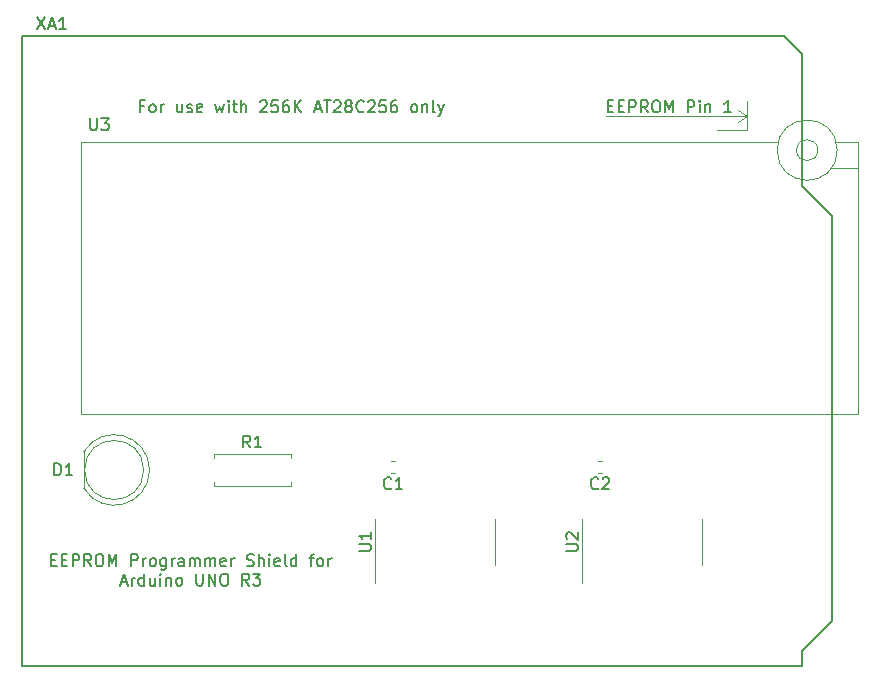
<source format=gto>
G04 #@! TF.GenerationSoftware,KiCad,Pcbnew,(5.1.2-1)-1*
G04 #@! TF.CreationDate,2019-08-29T21:11:54-07:00*
G04 #@! TF.ProjectId,kicad,6b696361-642e-46b6-9963-61645f706362,rev?*
G04 #@! TF.SameCoordinates,Original*
G04 #@! TF.FileFunction,Legend,Top*
G04 #@! TF.FilePolarity,Positive*
%FSLAX46Y46*%
G04 Gerber Fmt 4.6, Leading zero omitted, Abs format (unit mm)*
G04 Created by KiCad (PCBNEW (5.1.2-1)-1) date 2019-08-29 21:11:54*
%MOMM*%
%LPD*%
G04 APERTURE LIST*
%ADD10C,0.150000*%
%ADD11C,0.120000*%
G04 APERTURE END LIST*
D10*
X140685809Y-66222571D02*
X140352476Y-66222571D01*
X140352476Y-66746380D02*
X140352476Y-65746380D01*
X140828666Y-65746380D01*
X141352476Y-66746380D02*
X141257238Y-66698761D01*
X141209619Y-66651142D01*
X141162000Y-66555904D01*
X141162000Y-66270190D01*
X141209619Y-66174952D01*
X141257238Y-66127333D01*
X141352476Y-66079714D01*
X141495333Y-66079714D01*
X141590571Y-66127333D01*
X141638190Y-66174952D01*
X141685809Y-66270190D01*
X141685809Y-66555904D01*
X141638190Y-66651142D01*
X141590571Y-66698761D01*
X141495333Y-66746380D01*
X141352476Y-66746380D01*
X142114380Y-66746380D02*
X142114380Y-66079714D01*
X142114380Y-66270190D02*
X142162000Y-66174952D01*
X142209619Y-66127333D01*
X142304857Y-66079714D01*
X142400095Y-66079714D01*
X143923904Y-66079714D02*
X143923904Y-66746380D01*
X143495333Y-66079714D02*
X143495333Y-66603523D01*
X143542952Y-66698761D01*
X143638190Y-66746380D01*
X143781047Y-66746380D01*
X143876285Y-66698761D01*
X143923904Y-66651142D01*
X144352476Y-66698761D02*
X144447714Y-66746380D01*
X144638190Y-66746380D01*
X144733428Y-66698761D01*
X144781047Y-66603523D01*
X144781047Y-66555904D01*
X144733428Y-66460666D01*
X144638190Y-66413047D01*
X144495333Y-66413047D01*
X144400095Y-66365428D01*
X144352476Y-66270190D01*
X144352476Y-66222571D01*
X144400095Y-66127333D01*
X144495333Y-66079714D01*
X144638190Y-66079714D01*
X144733428Y-66127333D01*
X145590571Y-66698761D02*
X145495333Y-66746380D01*
X145304857Y-66746380D01*
X145209619Y-66698761D01*
X145162000Y-66603523D01*
X145162000Y-66222571D01*
X145209619Y-66127333D01*
X145304857Y-66079714D01*
X145495333Y-66079714D01*
X145590571Y-66127333D01*
X145638190Y-66222571D01*
X145638190Y-66317809D01*
X145162000Y-66413047D01*
X146733428Y-66079714D02*
X146923904Y-66746380D01*
X147114380Y-66270190D01*
X147304857Y-66746380D01*
X147495333Y-66079714D01*
X147876285Y-66746380D02*
X147876285Y-66079714D01*
X147876285Y-65746380D02*
X147828666Y-65794000D01*
X147876285Y-65841619D01*
X147923904Y-65794000D01*
X147876285Y-65746380D01*
X147876285Y-65841619D01*
X148209619Y-66079714D02*
X148590571Y-66079714D01*
X148352476Y-65746380D02*
X148352476Y-66603523D01*
X148400095Y-66698761D01*
X148495333Y-66746380D01*
X148590571Y-66746380D01*
X148923904Y-66746380D02*
X148923904Y-65746380D01*
X149352476Y-66746380D02*
X149352476Y-66222571D01*
X149304857Y-66127333D01*
X149209619Y-66079714D01*
X149066761Y-66079714D01*
X148971523Y-66127333D01*
X148923904Y-66174952D01*
X150542952Y-65841619D02*
X150590571Y-65794000D01*
X150685809Y-65746380D01*
X150923904Y-65746380D01*
X151019142Y-65794000D01*
X151066761Y-65841619D01*
X151114380Y-65936857D01*
X151114380Y-66032095D01*
X151066761Y-66174952D01*
X150495333Y-66746380D01*
X151114380Y-66746380D01*
X152019142Y-65746380D02*
X151542952Y-65746380D01*
X151495333Y-66222571D01*
X151542952Y-66174952D01*
X151638190Y-66127333D01*
X151876285Y-66127333D01*
X151971523Y-66174952D01*
X152019142Y-66222571D01*
X152066761Y-66317809D01*
X152066761Y-66555904D01*
X152019142Y-66651142D01*
X151971523Y-66698761D01*
X151876285Y-66746380D01*
X151638190Y-66746380D01*
X151542952Y-66698761D01*
X151495333Y-66651142D01*
X152923904Y-65746380D02*
X152733428Y-65746380D01*
X152638190Y-65794000D01*
X152590571Y-65841619D01*
X152495333Y-65984476D01*
X152447714Y-66174952D01*
X152447714Y-66555904D01*
X152495333Y-66651142D01*
X152542952Y-66698761D01*
X152638190Y-66746380D01*
X152828666Y-66746380D01*
X152923904Y-66698761D01*
X152971523Y-66651142D01*
X153019142Y-66555904D01*
X153019142Y-66317809D01*
X152971523Y-66222571D01*
X152923904Y-66174952D01*
X152828666Y-66127333D01*
X152638190Y-66127333D01*
X152542952Y-66174952D01*
X152495333Y-66222571D01*
X152447714Y-66317809D01*
X153447714Y-66746380D02*
X153447714Y-65746380D01*
X154019142Y-66746380D02*
X153590571Y-66174952D01*
X154019142Y-65746380D02*
X153447714Y-66317809D01*
X155162000Y-66460666D02*
X155638190Y-66460666D01*
X155066761Y-66746380D02*
X155400095Y-65746380D01*
X155733428Y-66746380D01*
X155923904Y-65746380D02*
X156495333Y-65746380D01*
X156209619Y-66746380D02*
X156209619Y-65746380D01*
X156781047Y-65841619D02*
X156828666Y-65794000D01*
X156923904Y-65746380D01*
X157162000Y-65746380D01*
X157257238Y-65794000D01*
X157304857Y-65841619D01*
X157352476Y-65936857D01*
X157352476Y-66032095D01*
X157304857Y-66174952D01*
X156733428Y-66746380D01*
X157352476Y-66746380D01*
X157923904Y-66174952D02*
X157828666Y-66127333D01*
X157781047Y-66079714D01*
X157733428Y-65984476D01*
X157733428Y-65936857D01*
X157781047Y-65841619D01*
X157828666Y-65794000D01*
X157923904Y-65746380D01*
X158114380Y-65746380D01*
X158209619Y-65794000D01*
X158257238Y-65841619D01*
X158304857Y-65936857D01*
X158304857Y-65984476D01*
X158257238Y-66079714D01*
X158209619Y-66127333D01*
X158114380Y-66174952D01*
X157923904Y-66174952D01*
X157828666Y-66222571D01*
X157781047Y-66270190D01*
X157733428Y-66365428D01*
X157733428Y-66555904D01*
X157781047Y-66651142D01*
X157828666Y-66698761D01*
X157923904Y-66746380D01*
X158114380Y-66746380D01*
X158209619Y-66698761D01*
X158257238Y-66651142D01*
X158304857Y-66555904D01*
X158304857Y-66365428D01*
X158257238Y-66270190D01*
X158209619Y-66222571D01*
X158114380Y-66174952D01*
X159304857Y-66651142D02*
X159257238Y-66698761D01*
X159114380Y-66746380D01*
X159019142Y-66746380D01*
X158876285Y-66698761D01*
X158781047Y-66603523D01*
X158733428Y-66508285D01*
X158685809Y-66317809D01*
X158685809Y-66174952D01*
X158733428Y-65984476D01*
X158781047Y-65889238D01*
X158876285Y-65794000D01*
X159019142Y-65746380D01*
X159114380Y-65746380D01*
X159257238Y-65794000D01*
X159304857Y-65841619D01*
X159685809Y-65841619D02*
X159733428Y-65794000D01*
X159828666Y-65746380D01*
X160066761Y-65746380D01*
X160162000Y-65794000D01*
X160209619Y-65841619D01*
X160257238Y-65936857D01*
X160257238Y-66032095D01*
X160209619Y-66174952D01*
X159638190Y-66746380D01*
X160257238Y-66746380D01*
X161162000Y-65746380D02*
X160685809Y-65746380D01*
X160638190Y-66222571D01*
X160685809Y-66174952D01*
X160781047Y-66127333D01*
X161019142Y-66127333D01*
X161114380Y-66174952D01*
X161162000Y-66222571D01*
X161209619Y-66317809D01*
X161209619Y-66555904D01*
X161162000Y-66651142D01*
X161114380Y-66698761D01*
X161019142Y-66746380D01*
X160781047Y-66746380D01*
X160685809Y-66698761D01*
X160638190Y-66651142D01*
X162066761Y-65746380D02*
X161876285Y-65746380D01*
X161781047Y-65794000D01*
X161733428Y-65841619D01*
X161638190Y-65984476D01*
X161590571Y-66174952D01*
X161590571Y-66555904D01*
X161638190Y-66651142D01*
X161685809Y-66698761D01*
X161781047Y-66746380D01*
X161971523Y-66746380D01*
X162066761Y-66698761D01*
X162114380Y-66651142D01*
X162162000Y-66555904D01*
X162162000Y-66317809D01*
X162114380Y-66222571D01*
X162066761Y-66174952D01*
X161971523Y-66127333D01*
X161781047Y-66127333D01*
X161685809Y-66174952D01*
X161638190Y-66222571D01*
X161590571Y-66317809D01*
X163495333Y-66746380D02*
X163400095Y-66698761D01*
X163352476Y-66651142D01*
X163304857Y-66555904D01*
X163304857Y-66270190D01*
X163352476Y-66174952D01*
X163400095Y-66127333D01*
X163495333Y-66079714D01*
X163638190Y-66079714D01*
X163733428Y-66127333D01*
X163781047Y-66174952D01*
X163828666Y-66270190D01*
X163828666Y-66555904D01*
X163781047Y-66651142D01*
X163733428Y-66698761D01*
X163638190Y-66746380D01*
X163495333Y-66746380D01*
X164257238Y-66079714D02*
X164257238Y-66746380D01*
X164257238Y-66174952D02*
X164304857Y-66127333D01*
X164400095Y-66079714D01*
X164542952Y-66079714D01*
X164638190Y-66127333D01*
X164685809Y-66222571D01*
X164685809Y-66746380D01*
X165304857Y-66746380D02*
X165209619Y-66698761D01*
X165162000Y-66603523D01*
X165162000Y-65746380D01*
X165590571Y-66079714D02*
X165828666Y-66746380D01*
X166066761Y-66079714D02*
X165828666Y-66746380D01*
X165733428Y-66984476D01*
X165685809Y-67032095D01*
X165590571Y-67079714D01*
X179975523Y-66222571D02*
X180308857Y-66222571D01*
X180451714Y-66746380D02*
X179975523Y-66746380D01*
X179975523Y-65746380D01*
X180451714Y-65746380D01*
X180880285Y-66222571D02*
X181213619Y-66222571D01*
X181356476Y-66746380D02*
X180880285Y-66746380D01*
X180880285Y-65746380D01*
X181356476Y-65746380D01*
X181785047Y-66746380D02*
X181785047Y-65746380D01*
X182166000Y-65746380D01*
X182261238Y-65794000D01*
X182308857Y-65841619D01*
X182356476Y-65936857D01*
X182356476Y-66079714D01*
X182308857Y-66174952D01*
X182261238Y-66222571D01*
X182166000Y-66270190D01*
X181785047Y-66270190D01*
X183356476Y-66746380D02*
X183023142Y-66270190D01*
X182785047Y-66746380D02*
X182785047Y-65746380D01*
X183166000Y-65746380D01*
X183261238Y-65794000D01*
X183308857Y-65841619D01*
X183356476Y-65936857D01*
X183356476Y-66079714D01*
X183308857Y-66174952D01*
X183261238Y-66222571D01*
X183166000Y-66270190D01*
X182785047Y-66270190D01*
X183975523Y-65746380D02*
X184166000Y-65746380D01*
X184261238Y-65794000D01*
X184356476Y-65889238D01*
X184404095Y-66079714D01*
X184404095Y-66413047D01*
X184356476Y-66603523D01*
X184261238Y-66698761D01*
X184166000Y-66746380D01*
X183975523Y-66746380D01*
X183880285Y-66698761D01*
X183785047Y-66603523D01*
X183737428Y-66413047D01*
X183737428Y-66079714D01*
X183785047Y-65889238D01*
X183880285Y-65794000D01*
X183975523Y-65746380D01*
X184832666Y-66746380D02*
X184832666Y-65746380D01*
X185166000Y-66460666D01*
X185499333Y-65746380D01*
X185499333Y-66746380D01*
X186737428Y-66746380D02*
X186737428Y-65746380D01*
X187118380Y-65746380D01*
X187213619Y-65794000D01*
X187261238Y-65841619D01*
X187308857Y-65936857D01*
X187308857Y-66079714D01*
X187261238Y-66174952D01*
X187213619Y-66222571D01*
X187118380Y-66270190D01*
X186737428Y-66270190D01*
X187737428Y-66746380D02*
X187737428Y-66079714D01*
X187737428Y-65746380D02*
X187689809Y-65794000D01*
X187737428Y-65841619D01*
X187785047Y-65794000D01*
X187737428Y-65746380D01*
X187737428Y-65841619D01*
X188213619Y-66079714D02*
X188213619Y-66746380D01*
X188213619Y-66174952D02*
X188261238Y-66127333D01*
X188356476Y-66079714D01*
X188499333Y-66079714D01*
X188594571Y-66127333D01*
X188642190Y-66222571D01*
X188642190Y-66746380D01*
X190404095Y-66746380D02*
X189832666Y-66746380D01*
X190118380Y-66746380D02*
X190118380Y-65746380D01*
X190023142Y-65889238D01*
X189927904Y-65984476D01*
X189832666Y-66032095D01*
D11*
X191770000Y-67056000D02*
X191008000Y-67564000D01*
X191770000Y-67056000D02*
X191008000Y-66548000D01*
X191770000Y-67056000D02*
X179832000Y-67056000D01*
X191770000Y-65786000D02*
X191770000Y-68202000D01*
D10*
X132843476Y-104640571D02*
X133176809Y-104640571D01*
X133319666Y-105164380D02*
X132843476Y-105164380D01*
X132843476Y-104164380D01*
X133319666Y-104164380D01*
X133748238Y-104640571D02*
X134081571Y-104640571D01*
X134224428Y-105164380D02*
X133748238Y-105164380D01*
X133748238Y-104164380D01*
X134224428Y-104164380D01*
X134653000Y-105164380D02*
X134653000Y-104164380D01*
X135033952Y-104164380D01*
X135129190Y-104212000D01*
X135176809Y-104259619D01*
X135224428Y-104354857D01*
X135224428Y-104497714D01*
X135176809Y-104592952D01*
X135129190Y-104640571D01*
X135033952Y-104688190D01*
X134653000Y-104688190D01*
X136224428Y-105164380D02*
X135891095Y-104688190D01*
X135653000Y-105164380D02*
X135653000Y-104164380D01*
X136033952Y-104164380D01*
X136129190Y-104212000D01*
X136176809Y-104259619D01*
X136224428Y-104354857D01*
X136224428Y-104497714D01*
X136176809Y-104592952D01*
X136129190Y-104640571D01*
X136033952Y-104688190D01*
X135653000Y-104688190D01*
X136843476Y-104164380D02*
X137033952Y-104164380D01*
X137129190Y-104212000D01*
X137224428Y-104307238D01*
X137272047Y-104497714D01*
X137272047Y-104831047D01*
X137224428Y-105021523D01*
X137129190Y-105116761D01*
X137033952Y-105164380D01*
X136843476Y-105164380D01*
X136748238Y-105116761D01*
X136653000Y-105021523D01*
X136605380Y-104831047D01*
X136605380Y-104497714D01*
X136653000Y-104307238D01*
X136748238Y-104212000D01*
X136843476Y-104164380D01*
X137700619Y-105164380D02*
X137700619Y-104164380D01*
X138033952Y-104878666D01*
X138367285Y-104164380D01*
X138367285Y-105164380D01*
X139605380Y-105164380D02*
X139605380Y-104164380D01*
X139986333Y-104164380D01*
X140081571Y-104212000D01*
X140129190Y-104259619D01*
X140176809Y-104354857D01*
X140176809Y-104497714D01*
X140129190Y-104592952D01*
X140081571Y-104640571D01*
X139986333Y-104688190D01*
X139605380Y-104688190D01*
X140605380Y-105164380D02*
X140605380Y-104497714D01*
X140605380Y-104688190D02*
X140653000Y-104592952D01*
X140700619Y-104545333D01*
X140795857Y-104497714D01*
X140891095Y-104497714D01*
X141367285Y-105164380D02*
X141272047Y-105116761D01*
X141224428Y-105069142D01*
X141176809Y-104973904D01*
X141176809Y-104688190D01*
X141224428Y-104592952D01*
X141272047Y-104545333D01*
X141367285Y-104497714D01*
X141510142Y-104497714D01*
X141605380Y-104545333D01*
X141653000Y-104592952D01*
X141700619Y-104688190D01*
X141700619Y-104973904D01*
X141653000Y-105069142D01*
X141605380Y-105116761D01*
X141510142Y-105164380D01*
X141367285Y-105164380D01*
X142557761Y-104497714D02*
X142557761Y-105307238D01*
X142510142Y-105402476D01*
X142462523Y-105450095D01*
X142367285Y-105497714D01*
X142224428Y-105497714D01*
X142129190Y-105450095D01*
X142557761Y-105116761D02*
X142462523Y-105164380D01*
X142272047Y-105164380D01*
X142176809Y-105116761D01*
X142129190Y-105069142D01*
X142081571Y-104973904D01*
X142081571Y-104688190D01*
X142129190Y-104592952D01*
X142176809Y-104545333D01*
X142272047Y-104497714D01*
X142462523Y-104497714D01*
X142557761Y-104545333D01*
X143033952Y-105164380D02*
X143033952Y-104497714D01*
X143033952Y-104688190D02*
X143081571Y-104592952D01*
X143129190Y-104545333D01*
X143224428Y-104497714D01*
X143319666Y-104497714D01*
X144081571Y-105164380D02*
X144081571Y-104640571D01*
X144033952Y-104545333D01*
X143938714Y-104497714D01*
X143748238Y-104497714D01*
X143653000Y-104545333D01*
X144081571Y-105116761D02*
X143986333Y-105164380D01*
X143748238Y-105164380D01*
X143653000Y-105116761D01*
X143605380Y-105021523D01*
X143605380Y-104926285D01*
X143653000Y-104831047D01*
X143748238Y-104783428D01*
X143986333Y-104783428D01*
X144081571Y-104735809D01*
X144557761Y-105164380D02*
X144557761Y-104497714D01*
X144557761Y-104592952D02*
X144605380Y-104545333D01*
X144700619Y-104497714D01*
X144843476Y-104497714D01*
X144938714Y-104545333D01*
X144986333Y-104640571D01*
X144986333Y-105164380D01*
X144986333Y-104640571D02*
X145033952Y-104545333D01*
X145129190Y-104497714D01*
X145272047Y-104497714D01*
X145367285Y-104545333D01*
X145414904Y-104640571D01*
X145414904Y-105164380D01*
X145891095Y-105164380D02*
X145891095Y-104497714D01*
X145891095Y-104592952D02*
X145938714Y-104545333D01*
X146033952Y-104497714D01*
X146176809Y-104497714D01*
X146272047Y-104545333D01*
X146319666Y-104640571D01*
X146319666Y-105164380D01*
X146319666Y-104640571D02*
X146367285Y-104545333D01*
X146462523Y-104497714D01*
X146605380Y-104497714D01*
X146700619Y-104545333D01*
X146748238Y-104640571D01*
X146748238Y-105164380D01*
X147605380Y-105116761D02*
X147510142Y-105164380D01*
X147319666Y-105164380D01*
X147224428Y-105116761D01*
X147176809Y-105021523D01*
X147176809Y-104640571D01*
X147224428Y-104545333D01*
X147319666Y-104497714D01*
X147510142Y-104497714D01*
X147605380Y-104545333D01*
X147653000Y-104640571D01*
X147653000Y-104735809D01*
X147176809Y-104831047D01*
X148081571Y-105164380D02*
X148081571Y-104497714D01*
X148081571Y-104688190D02*
X148129190Y-104592952D01*
X148176809Y-104545333D01*
X148272047Y-104497714D01*
X148367285Y-104497714D01*
X149414904Y-105116761D02*
X149557761Y-105164380D01*
X149795857Y-105164380D01*
X149891095Y-105116761D01*
X149938714Y-105069142D01*
X149986333Y-104973904D01*
X149986333Y-104878666D01*
X149938714Y-104783428D01*
X149891095Y-104735809D01*
X149795857Y-104688190D01*
X149605380Y-104640571D01*
X149510142Y-104592952D01*
X149462523Y-104545333D01*
X149414904Y-104450095D01*
X149414904Y-104354857D01*
X149462523Y-104259619D01*
X149510142Y-104212000D01*
X149605380Y-104164380D01*
X149843476Y-104164380D01*
X149986333Y-104212000D01*
X150414904Y-105164380D02*
X150414904Y-104164380D01*
X150843476Y-105164380D02*
X150843476Y-104640571D01*
X150795857Y-104545333D01*
X150700619Y-104497714D01*
X150557761Y-104497714D01*
X150462523Y-104545333D01*
X150414904Y-104592952D01*
X151319666Y-105164380D02*
X151319666Y-104497714D01*
X151319666Y-104164380D02*
X151272047Y-104212000D01*
X151319666Y-104259619D01*
X151367285Y-104212000D01*
X151319666Y-104164380D01*
X151319666Y-104259619D01*
X152176809Y-105116761D02*
X152081571Y-105164380D01*
X151891095Y-105164380D01*
X151795857Y-105116761D01*
X151748238Y-105021523D01*
X151748238Y-104640571D01*
X151795857Y-104545333D01*
X151891095Y-104497714D01*
X152081571Y-104497714D01*
X152176809Y-104545333D01*
X152224428Y-104640571D01*
X152224428Y-104735809D01*
X151748238Y-104831047D01*
X152795857Y-105164380D02*
X152700619Y-105116761D01*
X152653000Y-105021523D01*
X152653000Y-104164380D01*
X153605380Y-105164380D02*
X153605380Y-104164380D01*
X153605380Y-105116761D02*
X153510142Y-105164380D01*
X153319666Y-105164380D01*
X153224428Y-105116761D01*
X153176809Y-105069142D01*
X153129190Y-104973904D01*
X153129190Y-104688190D01*
X153176809Y-104592952D01*
X153224428Y-104545333D01*
X153319666Y-104497714D01*
X153510142Y-104497714D01*
X153605380Y-104545333D01*
X154700619Y-104497714D02*
X155081571Y-104497714D01*
X154843476Y-105164380D02*
X154843476Y-104307238D01*
X154891095Y-104212000D01*
X154986333Y-104164380D01*
X155081571Y-104164380D01*
X155557761Y-105164380D02*
X155462523Y-105116761D01*
X155414904Y-105069142D01*
X155367285Y-104973904D01*
X155367285Y-104688190D01*
X155414904Y-104592952D01*
X155462523Y-104545333D01*
X155557761Y-104497714D01*
X155700619Y-104497714D01*
X155795857Y-104545333D01*
X155843476Y-104592952D01*
X155891095Y-104688190D01*
X155891095Y-104973904D01*
X155843476Y-105069142D01*
X155795857Y-105116761D01*
X155700619Y-105164380D01*
X155557761Y-105164380D01*
X156319666Y-105164380D02*
X156319666Y-104497714D01*
X156319666Y-104688190D02*
X156367285Y-104592952D01*
X156414904Y-104545333D01*
X156510142Y-104497714D01*
X156605380Y-104497714D01*
X138748238Y-106528666D02*
X139224428Y-106528666D01*
X138653000Y-106814380D02*
X138986333Y-105814380D01*
X139319666Y-106814380D01*
X139653000Y-106814380D02*
X139653000Y-106147714D01*
X139653000Y-106338190D02*
X139700619Y-106242952D01*
X139748238Y-106195333D01*
X139843476Y-106147714D01*
X139938714Y-106147714D01*
X140700619Y-106814380D02*
X140700619Y-105814380D01*
X140700619Y-106766761D02*
X140605380Y-106814380D01*
X140414904Y-106814380D01*
X140319666Y-106766761D01*
X140272047Y-106719142D01*
X140224428Y-106623904D01*
X140224428Y-106338190D01*
X140272047Y-106242952D01*
X140319666Y-106195333D01*
X140414904Y-106147714D01*
X140605380Y-106147714D01*
X140700619Y-106195333D01*
X141605380Y-106147714D02*
X141605380Y-106814380D01*
X141176809Y-106147714D02*
X141176809Y-106671523D01*
X141224428Y-106766761D01*
X141319666Y-106814380D01*
X141462523Y-106814380D01*
X141557761Y-106766761D01*
X141605380Y-106719142D01*
X142081571Y-106814380D02*
X142081571Y-106147714D01*
X142081571Y-105814380D02*
X142033952Y-105862000D01*
X142081571Y-105909619D01*
X142129190Y-105862000D01*
X142081571Y-105814380D01*
X142081571Y-105909619D01*
X142557761Y-106147714D02*
X142557761Y-106814380D01*
X142557761Y-106242952D02*
X142605380Y-106195333D01*
X142700619Y-106147714D01*
X142843476Y-106147714D01*
X142938714Y-106195333D01*
X142986333Y-106290571D01*
X142986333Y-106814380D01*
X143605380Y-106814380D02*
X143510142Y-106766761D01*
X143462523Y-106719142D01*
X143414904Y-106623904D01*
X143414904Y-106338190D01*
X143462523Y-106242952D01*
X143510142Y-106195333D01*
X143605380Y-106147714D01*
X143748238Y-106147714D01*
X143843476Y-106195333D01*
X143891095Y-106242952D01*
X143938714Y-106338190D01*
X143938714Y-106623904D01*
X143891095Y-106719142D01*
X143843476Y-106766761D01*
X143748238Y-106814380D01*
X143605380Y-106814380D01*
X145129190Y-105814380D02*
X145129190Y-106623904D01*
X145176809Y-106719142D01*
X145224428Y-106766761D01*
X145319666Y-106814380D01*
X145510142Y-106814380D01*
X145605380Y-106766761D01*
X145653000Y-106719142D01*
X145700619Y-106623904D01*
X145700619Y-105814380D01*
X146176809Y-106814380D02*
X146176809Y-105814380D01*
X146748238Y-106814380D01*
X146748238Y-105814380D01*
X147414904Y-105814380D02*
X147605380Y-105814380D01*
X147700619Y-105862000D01*
X147795857Y-105957238D01*
X147843476Y-106147714D01*
X147843476Y-106481047D01*
X147795857Y-106671523D01*
X147700619Y-106766761D01*
X147605380Y-106814380D01*
X147414904Y-106814380D01*
X147319666Y-106766761D01*
X147224428Y-106671523D01*
X147176809Y-106481047D01*
X147176809Y-106147714D01*
X147224428Y-105957238D01*
X147319666Y-105862000D01*
X147414904Y-105814380D01*
X149605380Y-106814380D02*
X149272047Y-106338190D01*
X149033952Y-106814380D02*
X149033952Y-105814380D01*
X149414904Y-105814380D01*
X149510142Y-105862000D01*
X149557761Y-105909619D01*
X149605380Y-106004857D01*
X149605380Y-106147714D01*
X149557761Y-106242952D01*
X149510142Y-106290571D01*
X149414904Y-106338190D01*
X149033952Y-106338190D01*
X149938714Y-105814380D02*
X150557761Y-105814380D01*
X150224428Y-106195333D01*
X150367285Y-106195333D01*
X150462523Y-106242952D01*
X150510142Y-106290571D01*
X150557761Y-106385809D01*
X150557761Y-106623904D01*
X150510142Y-106719142D01*
X150462523Y-106766761D01*
X150367285Y-106814380D01*
X150081571Y-106814380D01*
X149986333Y-106766761D01*
X149938714Y-106719142D01*
D11*
X161969267Y-97284000D02*
X161626733Y-97284000D01*
X161969267Y-96264000D02*
X161626733Y-96264000D01*
X179495267Y-97284000D02*
X179152733Y-97284000D01*
X179495267Y-96264000D02*
X179152733Y-96264000D01*
X141166000Y-97028462D02*
G75*
G03X135616000Y-95483170I-2990000J462D01*
G01*
X141166000Y-97027538D02*
G75*
G02X135616000Y-98572830I-2990000J-462D01*
G01*
X140676000Y-97028000D02*
G75*
G03X140676000Y-97028000I-2500000J0D01*
G01*
X135616000Y-95483000D02*
X135616000Y-98573000D01*
X146590000Y-95988000D02*
X146590000Y-95658000D01*
X146590000Y-95658000D02*
X153130000Y-95658000D01*
X153130000Y-95658000D02*
X153130000Y-95988000D01*
X146590000Y-98068000D02*
X146590000Y-98398000D01*
X146590000Y-98398000D02*
X153130000Y-98398000D01*
X153130000Y-98398000D02*
X153130000Y-98068000D01*
X170414000Y-103124000D02*
X170414000Y-101174000D01*
X170414000Y-103124000D02*
X170414000Y-105074000D01*
X160294000Y-103124000D02*
X160294000Y-101174000D01*
X160294000Y-103124000D02*
X160294000Y-106574000D01*
X177820000Y-103124000D02*
X177820000Y-106574000D01*
X177820000Y-103124000D02*
X177820000Y-101174000D01*
X187940000Y-103124000D02*
X187940000Y-105074000D01*
X187940000Y-103124000D02*
X187940000Y-101174000D01*
X199400000Y-69952000D02*
G75*
G03X199400000Y-69952000I-2550000J0D01*
G01*
X197750000Y-69952000D02*
G75*
G03X197750000Y-69952000I-900000J0D01*
G01*
X194400000Y-69222000D02*
X135360000Y-69222000D01*
X135360000Y-69222000D02*
X135360000Y-92322000D01*
X135360000Y-92322000D02*
X201160000Y-92322000D01*
X201160000Y-92322000D02*
X201160000Y-69222000D01*
X201160000Y-69222000D02*
X199300000Y-69222000D01*
X201160000Y-71502000D02*
X198900000Y-71502000D01*
X189230000Y-68202000D02*
X191770000Y-68202000D01*
D10*
X130361001Y-60273001D02*
X130361001Y-113613001D01*
X196401001Y-72973001D02*
X196401001Y-61797001D01*
X198941001Y-75513001D02*
X196401001Y-72973001D01*
X198941001Y-109803001D02*
X198941001Y-75513001D01*
X196401001Y-112343001D02*
X198941001Y-109803001D01*
X196401001Y-113613001D02*
X196401001Y-112343001D01*
X194877001Y-60273001D02*
X196401001Y-61797001D01*
X130361001Y-113613001D02*
X196401001Y-113613001D01*
X130361001Y-60273001D02*
X194877001Y-60273001D01*
X161631333Y-98561142D02*
X161583714Y-98608761D01*
X161440857Y-98656380D01*
X161345619Y-98656380D01*
X161202761Y-98608761D01*
X161107523Y-98513523D01*
X161059904Y-98418285D01*
X161012285Y-98227809D01*
X161012285Y-98084952D01*
X161059904Y-97894476D01*
X161107523Y-97799238D01*
X161202761Y-97704000D01*
X161345619Y-97656380D01*
X161440857Y-97656380D01*
X161583714Y-97704000D01*
X161631333Y-97751619D01*
X162583714Y-98656380D02*
X162012285Y-98656380D01*
X162298000Y-98656380D02*
X162298000Y-97656380D01*
X162202761Y-97799238D01*
X162107523Y-97894476D01*
X162012285Y-97942095D01*
X179157333Y-98561142D02*
X179109714Y-98608761D01*
X178966857Y-98656380D01*
X178871619Y-98656380D01*
X178728761Y-98608761D01*
X178633523Y-98513523D01*
X178585904Y-98418285D01*
X178538285Y-98227809D01*
X178538285Y-98084952D01*
X178585904Y-97894476D01*
X178633523Y-97799238D01*
X178728761Y-97704000D01*
X178871619Y-97656380D01*
X178966857Y-97656380D01*
X179109714Y-97704000D01*
X179157333Y-97751619D01*
X179538285Y-97751619D02*
X179585904Y-97704000D01*
X179681142Y-97656380D01*
X179919238Y-97656380D01*
X180014476Y-97704000D01*
X180062095Y-97751619D01*
X180109714Y-97846857D01*
X180109714Y-97942095D01*
X180062095Y-98084952D01*
X179490666Y-98656380D01*
X180109714Y-98656380D01*
X133119904Y-97480380D02*
X133119904Y-96480380D01*
X133358000Y-96480380D01*
X133500857Y-96528000D01*
X133596095Y-96623238D01*
X133643714Y-96718476D01*
X133691333Y-96908952D01*
X133691333Y-97051809D01*
X133643714Y-97242285D01*
X133596095Y-97337523D01*
X133500857Y-97432761D01*
X133358000Y-97480380D01*
X133119904Y-97480380D01*
X134643714Y-97480380D02*
X134072285Y-97480380D01*
X134358000Y-97480380D02*
X134358000Y-96480380D01*
X134262761Y-96623238D01*
X134167523Y-96718476D01*
X134072285Y-96766095D01*
X149693333Y-95110380D02*
X149360000Y-94634190D01*
X149121904Y-95110380D02*
X149121904Y-94110380D01*
X149502857Y-94110380D01*
X149598095Y-94158000D01*
X149645714Y-94205619D01*
X149693333Y-94300857D01*
X149693333Y-94443714D01*
X149645714Y-94538952D01*
X149598095Y-94586571D01*
X149502857Y-94634190D01*
X149121904Y-94634190D01*
X150645714Y-95110380D02*
X150074285Y-95110380D01*
X150360000Y-95110380D02*
X150360000Y-94110380D01*
X150264761Y-94253238D01*
X150169523Y-94348476D01*
X150074285Y-94396095D01*
X158906380Y-103885904D02*
X159715904Y-103885904D01*
X159811142Y-103838285D01*
X159858761Y-103790666D01*
X159906380Y-103695428D01*
X159906380Y-103504952D01*
X159858761Y-103409714D01*
X159811142Y-103362095D01*
X159715904Y-103314476D01*
X158906380Y-103314476D01*
X159906380Y-102314476D02*
X159906380Y-102885904D01*
X159906380Y-102600190D02*
X158906380Y-102600190D01*
X159049238Y-102695428D01*
X159144476Y-102790666D01*
X159192095Y-102885904D01*
X176432380Y-103885904D02*
X177241904Y-103885904D01*
X177337142Y-103838285D01*
X177384761Y-103790666D01*
X177432380Y-103695428D01*
X177432380Y-103504952D01*
X177384761Y-103409714D01*
X177337142Y-103362095D01*
X177241904Y-103314476D01*
X176432380Y-103314476D01*
X176527619Y-102885904D02*
X176480000Y-102838285D01*
X176432380Y-102743047D01*
X176432380Y-102504952D01*
X176480000Y-102409714D01*
X176527619Y-102362095D01*
X176622857Y-102314476D01*
X176718095Y-102314476D01*
X176860952Y-102362095D01*
X177432380Y-102933523D01*
X177432380Y-102314476D01*
X136144095Y-67270380D02*
X136144095Y-68079904D01*
X136191714Y-68175142D01*
X136239333Y-68222761D01*
X136334571Y-68270380D01*
X136525047Y-68270380D01*
X136620285Y-68222761D01*
X136667904Y-68175142D01*
X136715523Y-68079904D01*
X136715523Y-67270380D01*
X137096476Y-67270380D02*
X137715523Y-67270380D01*
X137382190Y-67651333D01*
X137525047Y-67651333D01*
X137620285Y-67698952D01*
X137667904Y-67746571D01*
X137715523Y-67841809D01*
X137715523Y-68079904D01*
X137667904Y-68175142D01*
X137620285Y-68222761D01*
X137525047Y-68270380D01*
X137239333Y-68270380D01*
X137144095Y-68222761D01*
X137096476Y-68175142D01*
X131662905Y-58709381D02*
X132329572Y-59709381D01*
X132329572Y-58709381D02*
X131662905Y-59709381D01*
X132662905Y-59423667D02*
X133139096Y-59423667D01*
X132567667Y-59709381D02*
X132901001Y-58709381D01*
X133234334Y-59709381D01*
X134091477Y-59709381D02*
X133520048Y-59709381D01*
X133805762Y-59709381D02*
X133805762Y-58709381D01*
X133710524Y-58852239D01*
X133615286Y-58947477D01*
X133520048Y-58995096D01*
M02*

</source>
